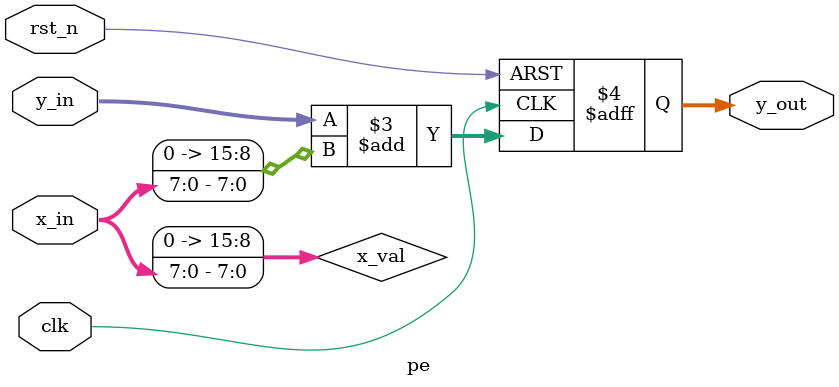
<source format=v>
module pe #(
    parameter integer WEIGHT = 1 // Valid values: 1, -1, 2, -2, 0
)(
    input  wire                 clk,
    input  wire                 rst_n,
    input  wire signed [15:0]   y_in,  // Partial sum in
    input  wire        [7:0]    x_in,  // Broadcast pixel input (unsigned 8-bit)
    output reg  signed [15:0]   y_out  // Partial sum out
);

    // We extend x_in to a signed 16-bit representation for safe arithmetic
    wire signed [15:0] x_val;
    assign x_val = $signed({8'b0, x_in}); // Zero-pad to keep it positive

    always @(posedge clk or negedge rst_n) begin
        if (!rst_n) begin
            y_out <= 16'sd0;
        end else begin
            // Compile-time optimization based on the WEIGHT parameter.
            // The synthesis tool will only implement the logic for the matching case.
            case (WEIGHT)
                1: begin
                    // y + 1*x
                    y_out <= y_in + x_val;
                end
                
                -1: begin
                    // y - 1*x
                    y_out <= y_in - x_val;
                end
                
                2: begin
                    // y + 2*x (Left shift x by 1)
                    y_out <= y_in + (x_val << 1);
                end
                
                -2: begin
                    // y - 2*x (Left shift x by 1)
                    y_out <= y_in - (x_val << 1);
                end
                
                0: begin
                    // Just pass the sum through
                    y_out <= y_in;
                end
                
                default: begin
                    // Fallback for generic weights (uses multiplier if needed)
                    y_out <= y_in + (WEIGHT * x_val);
                end
            endcase
        end
    end

endmodule
</source>
